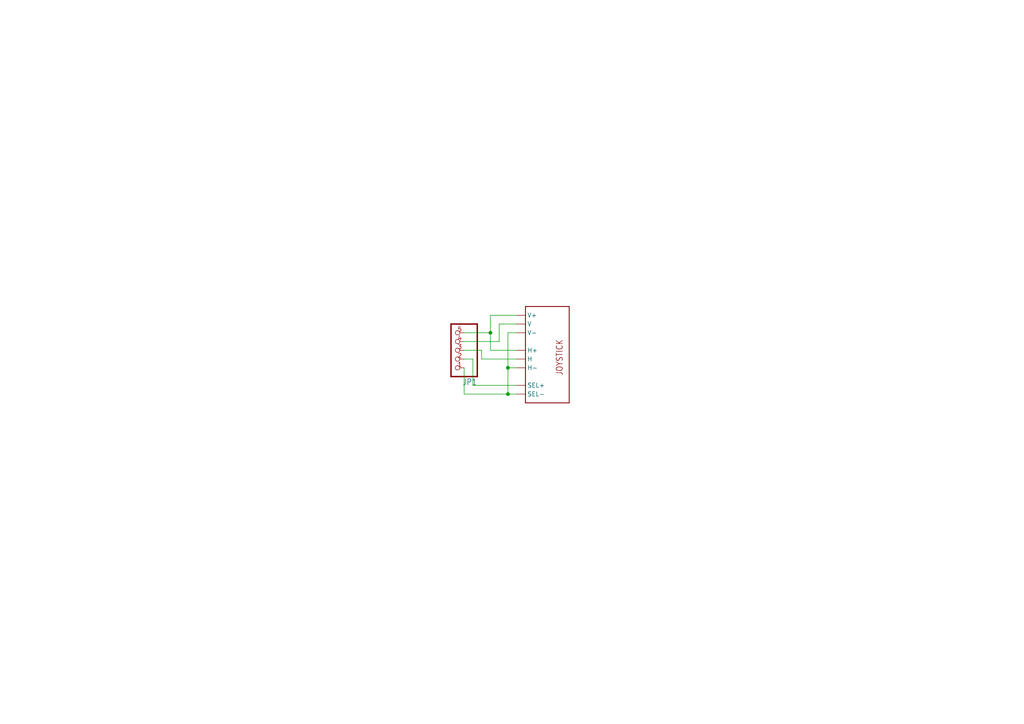
<source format=kicad_sch>
(kicad_sch (version 20230121) (generator eeschema)
  (paper "A4")
  (lib_symbols
    (symbol "working-eagle-import:JOYSTICKPTH"
      (symbol "JOYSTICKPTH_1_0"
        (polyline (pts (xy -7.62 -15.24) (xy -7.62 12.7)) (stroke (width 0.254)))
        (polyline (pts (xy -7.62 12.7) (xy 5.08 12.7)) (stroke (width 0.254)))
        (polyline (pts (xy 5.08 -15.24) (xy -7.62 -15.24)) (stroke (width 0.254)))
        (polyline (pts (xy 5.08 12.7) (xy 5.08 -15.24)) (stroke (width 0.254)))
        (text "JOYSTICK" (at 3.302 -7.366 900) (effects (font (size 1.778 1.5113)) (justify left bottom)))
        (pin bidirectional line (at -10.16 -10.16 0) (length 2.54) (name "SEL+") (number "B1A"))
        (pin bidirectional line (at -10.16 -12.7 0) (length 2.54) (name "SEL-") (number "B2A"))
        (pin bidirectional line (at -10.16 0 0) (length 2.54) (name "H+") (number "H1"))
        (pin bidirectional line (at -10.16 -2.54 0) (length 2.54) (name "H") (number "H2"))
        (pin bidirectional line (at -10.16 -5.08 0) (length 2.54) (name "H-") (number "H3"))
        (pin bidirectional line (at -10.16 10.16 0) (length 2.54) (name "V+") (number "V1"))
        (pin bidirectional line (at -10.16 7.62 0) (length 2.54) (name "V") (number "V2"))
        (pin bidirectional line (at -10.16 5.08 0) (length 2.54) (name "V-") (number "V3"))
      )
    )
    (symbol "working-eagle-import:PINHD-1X5"
      (property "Reference" "JP" (at -6.35 8.255 0))
      (symbol "PINHD-1X5_1_0"
        (polyline (pts (xy -6.35 -7.62) (xy 1.27 -7.62)) (stroke (width 0.4064)))
        (polyline (pts (xy -6.35 7.62) (xy -6.35 -7.62)) (stroke (width 0.4064)))
        (polyline (pts (xy 1.27 -7.62) (xy 1.27 7.62)) (stroke (width 0.4064)))
        (polyline (pts (xy 1.27 7.62) (xy -6.35 7.62)) (stroke (width 0.4064)))
        (pin passive inverted (at -2.54 5.08 0) (length 2.54) (name "1") (number "1"))
        (pin passive inverted (at -2.54 2.54 0) (length 2.54) (name "2") (number "2"))
        (pin passive inverted (at -2.54 0 0) (length 2.54) (name "3") (number "3"))
        (pin passive inverted (at -2.54 -2.54 0) (length 2.54) (name "4") (number "4"))
        (pin passive inverted (at -2.54 -5.08 0) (length 2.54) (name "5") (number "5"))
      )
    )
  )
  (junction (at 142.24 96.52))
  (junction (at 147.32 114.3))
  (junction (at 147.32 106.68))
  (wire (pts (xy 134.62 101.6) (xy 139.7 101.6)) (stroke (width 0.1524)))
  (wire (pts (xy 139.7 101.6) (xy 139.7 104.14)) (stroke (width 0.1524)))
  (wire (pts (xy 142.24 96.52) (xy 142.24 101.6)) (stroke (width 0.1524)))
  (wire (pts (xy 147.32 106.68) (xy 147.32 114.3)) (stroke (width 0.1524)))
  (wire (pts (xy 149.86 96.52) (xy 147.32 96.52)) (stroke (width 0.1524)))
  (wire (pts (xy 134.62 114.3) (xy 147.32 114.3)) (stroke (width 0.1524)))
  (wire (pts (xy 147.32 106.68) (xy 149.86 106.68)) (stroke (width 0.1524)))
  (wire (pts (xy 142.24 91.44) (xy 142.24 96.52)) (stroke (width 0.1524)))
  (wire (pts (xy 149.86 91.44) (xy 142.24 91.44)) (stroke (width 0.1524)))
  (wire (pts (xy 134.62 106.68) (xy 134.62 114.3)) (stroke (width 0.1524)))
  (wire (pts (xy 139.7 104.14) (xy 149.86 104.14)) (stroke (width 0.1524)))
  (wire (pts (xy 144.78 99.06) (xy 144.78 93.98)) (stroke (width 0.1524)))
  (wire (pts (xy 137.16 111.76) (xy 137.16 104.14)) (stroke (width 0.1524)))
  (wire (pts (xy 134.62 99.06) (xy 144.78 99.06)) (stroke (width 0.1524)))
  (wire (pts (xy 142.24 101.6) (xy 149.86 101.6)) (stroke (width 0.1524)))
  (wire (pts (xy 134.62 96.52) (xy 142.24 96.52)) (stroke (width 0.1524)))
  (wire (pts (xy 149.86 111.76) (xy 137.16 111.76)) (stroke (width 0.1524)))
  (wire (pts (xy 144.78 93.98) (xy 149.86 93.98)) (stroke (width 0.1524)))
  (wire (pts (xy 137.16 104.14) (xy 134.62 104.14)) (stroke (width 0.1524)))
  (wire (pts (xy 147.32 114.3) (xy 149.86 114.3)) (stroke (width 0.1524)))
  (wire (pts (xy 147.32 96.52) (xy 147.32 106.68)) (stroke (width 0.1524)))
  (symbol (lib_id "working-eagle-import:JOYSTICKPTH") (at 160.02 101.6 0) (unit 1)
    (property "Reference" "U1" (effects hide))
    (property "Value" "JOYSTICKPTH" (effects hide))
    (property "Footprint" "working:JOYSTICK" (effects hide))
  )
  (symbol (lib_id "working-eagle-import:PINHD-1X5") (at 132.08 101.6 180) (unit 1)
    (property "Reference" "JP1" (at 138.43 109.855 0) (effects (font (size 1.778 1.5113)) (justify left bottom)))
    (property "Value" "PINHD-1X5" (effects hide))
    (property "Footprint" "working:1X05" (effects hide))
  )
)
</source>
